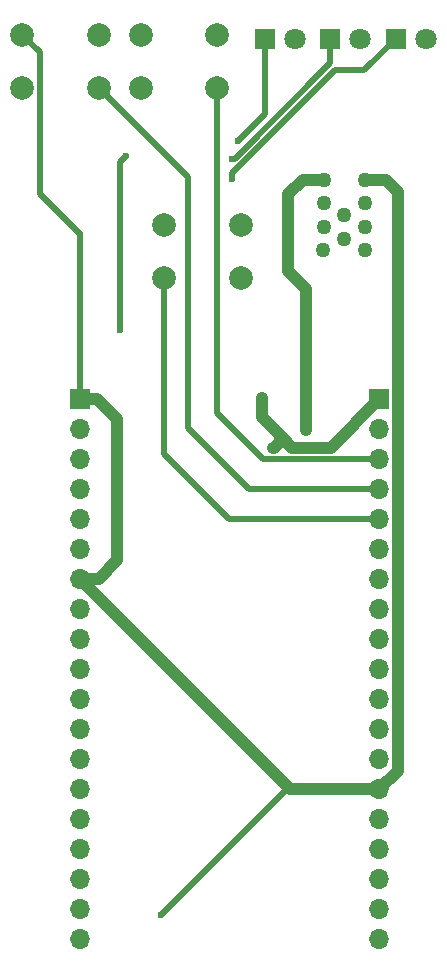
<source format=gbl>
G04 #@! TF.GenerationSoftware,KiCad,Pcbnew,(6.0.11)*
G04 #@! TF.CreationDate,2023-03-04T17:24:56+01:00*
G04 #@! TF.ProjectId,jig2,6a696732-2e6b-4696-9361-645f70636258,rev?*
G04 #@! TF.SameCoordinates,Original*
G04 #@! TF.FileFunction,Copper,L2,Bot*
G04 #@! TF.FilePolarity,Positive*
%FSLAX46Y46*%
G04 Gerber Fmt 4.6, Leading zero omitted, Abs format (unit mm)*
G04 Created by KiCad (PCBNEW (6.0.11)) date 2023-03-04 17:24:56*
%MOMM*%
%LPD*%
G01*
G04 APERTURE LIST*
G04 #@! TA.AperFunction,ComponentPad*
%ADD10C,2.000000*%
G04 #@! TD*
G04 #@! TA.AperFunction,ComponentPad*
%ADD11R,1.700000X1.700000*%
G04 #@! TD*
G04 #@! TA.AperFunction,ComponentPad*
%ADD12O,1.700000X1.700000*%
G04 #@! TD*
G04 #@! TA.AperFunction,ComponentPad*
%ADD13R,1.800000X1.800000*%
G04 #@! TD*
G04 #@! TA.AperFunction,ComponentPad*
%ADD14C,1.800000*%
G04 #@! TD*
G04 #@! TA.AperFunction,ComponentPad*
%ADD15C,1.270000*%
G04 #@! TD*
G04 #@! TA.AperFunction,ViaPad*
%ADD16C,0.600000*%
G04 #@! TD*
G04 #@! TA.AperFunction,Conductor*
%ADD17C,1.000000*%
G04 #@! TD*
G04 #@! TA.AperFunction,Conductor*
%ADD18C,0.500000*%
G04 #@! TD*
G04 APERTURE END LIST*
D10*
X9250000Y-4765564D03*
X2750000Y-4765564D03*
X2750000Y-9265564D03*
X9250000Y-9265564D03*
D11*
X7620000Y-35560000D03*
D12*
X7620000Y-38100000D03*
X7620000Y-40640000D03*
X7620000Y-43180000D03*
X7620000Y-45720000D03*
X7620000Y-48260000D03*
X7620000Y-50800000D03*
X7620000Y-53340000D03*
X7620000Y-55880000D03*
X7620000Y-58420000D03*
X7620000Y-60960000D03*
X7620000Y-63500000D03*
X7620000Y-66040000D03*
X7620000Y-68580000D03*
X7620000Y-71120000D03*
X7620000Y-73660000D03*
X7620000Y-76200000D03*
X7620000Y-78740000D03*
X7620000Y-81280000D03*
D13*
X23290000Y-5080000D03*
D14*
X25830000Y-5080000D03*
D11*
X32975000Y-35570000D03*
D12*
X32975000Y-38110000D03*
X32975000Y-40650000D03*
X32975000Y-43190000D03*
X32975000Y-45730000D03*
X32975000Y-48270000D03*
X32975000Y-50810000D03*
X32975000Y-53350000D03*
X32975000Y-55890000D03*
X32975000Y-58430000D03*
X32975000Y-60970000D03*
X32975000Y-63510000D03*
X32975000Y-66050000D03*
X32975000Y-68590000D03*
X32975000Y-71130000D03*
X32975000Y-73670000D03*
X32975000Y-76210000D03*
X32975000Y-78750000D03*
X32975000Y-81290000D03*
D15*
X28256000Y-17005000D03*
X28256000Y-19005000D03*
X28256000Y-21005000D03*
X28206000Y-23005000D03*
X30006000Y-20005000D03*
X30006000Y-22005000D03*
X31756000Y-17005000D03*
X31756000Y-19005000D03*
X31756000Y-21005000D03*
X31756000Y-23005000D03*
D13*
X28830000Y-5080000D03*
D14*
X31370000Y-5080000D03*
D10*
X19250000Y-4765564D03*
X12750000Y-4765564D03*
X19250000Y-9265564D03*
X12750000Y-9265564D03*
D13*
X34370000Y-5080000D03*
D14*
X36910000Y-5080000D03*
D10*
X14750000Y-20820000D03*
X21250000Y-20820000D03*
X14750000Y-25320000D03*
X21250000Y-25320000D03*
D16*
X23000000Y-35500000D03*
X24000000Y-39700000D03*
X11000000Y-29750000D03*
X11500000Y-15000000D03*
X14440000Y-79310000D03*
X7620000Y-21620000D03*
X20500000Y-17000000D03*
X20500000Y-15250000D03*
X21000000Y-13750000D03*
X26750000Y-38250000D03*
D17*
X23000000Y-37093502D02*
X23000000Y-35500000D01*
X24828249Y-38921751D02*
X24050000Y-39700000D01*
X25606498Y-39700000D02*
X24828249Y-38921751D01*
X24828249Y-38921751D02*
X23000000Y-37093502D01*
X32975000Y-35570000D02*
X28845000Y-39700000D01*
X24050000Y-39700000D02*
X24000000Y-39700000D01*
D18*
X11000000Y-15500000D02*
X11500000Y-15000000D01*
D17*
X28845000Y-39700000D02*
X25606498Y-39700000D01*
D18*
X11000000Y-29750000D02*
X11000000Y-15500000D01*
X32975000Y-40650000D02*
X23150000Y-40650000D01*
X19250000Y-36750000D02*
X19250000Y-9265564D01*
X23150000Y-40650000D02*
X19250000Y-36750000D01*
X21940000Y-43190000D02*
X16750000Y-38000000D01*
X32975000Y-43190000D02*
X21940000Y-43190000D01*
X16750000Y-38000000D02*
X16750000Y-16765564D01*
X16750000Y-16765564D02*
X9250000Y-9265564D01*
X14750000Y-40250000D02*
X14750000Y-25320000D01*
X20230000Y-45730000D02*
X14750000Y-40250000D01*
X32975000Y-45730000D02*
X20230000Y-45730000D01*
D17*
X9200000Y-50800000D02*
X10750000Y-49250000D01*
X10750000Y-49250000D02*
X10750000Y-37250000D01*
D18*
X25410000Y-68590000D02*
X25160000Y-68590000D01*
X6820000Y-20820000D02*
X7620000Y-21620000D01*
D17*
X33505000Y-17005000D02*
X31756000Y-17005000D01*
X9060000Y-35560000D02*
X7620000Y-35560000D01*
X7620000Y-50800000D02*
X9200000Y-50800000D01*
D18*
X4200000Y-6215564D02*
X2750000Y-4765564D01*
D17*
X34525000Y-18025000D02*
X33505000Y-17005000D01*
X10750000Y-37250000D02*
X9060000Y-35560000D01*
X32975000Y-68590000D02*
X25410000Y-68590000D01*
D18*
X25160000Y-68590000D02*
X14440000Y-79310000D01*
X6820000Y-20820000D02*
X4200000Y-18200000D01*
D17*
X34525000Y-67040000D02*
X34525000Y-18025000D01*
X7620000Y-50800000D02*
X25410000Y-68590000D01*
D18*
X7620000Y-21620000D02*
X7620000Y-35560000D01*
D17*
X32975000Y-68590000D02*
X34525000Y-67040000D01*
D18*
X4200000Y-18200000D02*
X4200000Y-6215564D01*
X29239950Y-7750000D02*
X20500000Y-16489950D01*
X31700000Y-7750000D02*
X29239950Y-7750000D01*
X34370000Y-5080000D02*
X31700000Y-7750000D01*
X20500000Y-16489950D02*
X20500000Y-16750000D01*
X20500000Y-16750000D02*
X20500000Y-17000000D01*
X28830000Y-7170000D02*
X20750000Y-15250000D01*
X20750000Y-15250000D02*
X20500000Y-15250000D01*
X28830000Y-5080000D02*
X28830000Y-7170000D01*
X23290000Y-5080000D02*
X23290000Y-11460000D01*
X23290000Y-11460000D02*
X21000000Y-13750000D01*
D17*
X25250000Y-18250000D02*
X26495000Y-17005000D01*
X26495000Y-17005000D02*
X28256000Y-17005000D01*
X26750000Y-26250000D02*
X25250000Y-24750000D01*
X26750000Y-38250000D02*
X26750000Y-26250000D01*
X25250000Y-24750000D02*
X25250000Y-18250000D01*
M02*

</source>
